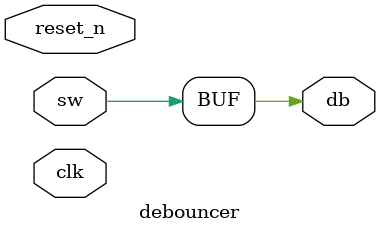
<source format=sv>
module debouncer
    (
        input logic clk,
        input logic reset_n,
        input logic sw,
        output logic db
    );

    // Assignment of outputs

    assign db = sw;
endmodule
</source>
